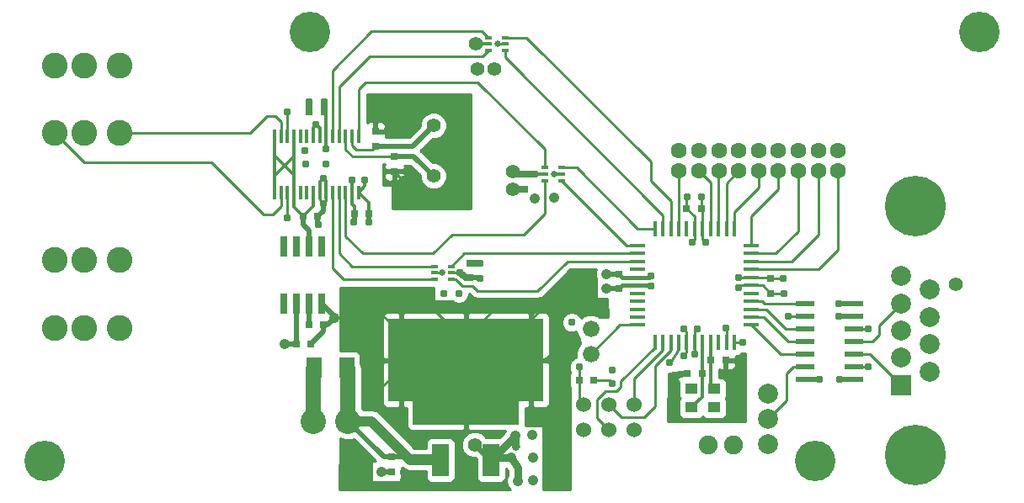
<source format=gtl>
G04 (created by PCBNEW (2013-04-19 BZR 4011)-stable) date 23/05/2013 19:48:57*
%MOIN*%
G04 Gerber Fmt 3.4, Leading zero omitted, Abs format*
%FSLAX34Y34*%
G01*
G70*
G90*
G04 APERTURE LIST*
%ADD10C,0.006*%
%ADD11R,0.0165X0.0579*%
%ADD12R,0.06X0.016*%
%ADD13R,0.016X0.06*%
%ADD14C,0.1*%
%ADD15R,0.0311024X0.0118*%
%ADD16R,0.026X0.08*%
%ADD17R,0.078X0.021*%
%ADD18R,0.06X0.08*%
%ADD19R,0.031X0.03*%
%ADD20R,0.03X0.031*%
%ADD21C,0.079*%
%ADD22C,0.075*%
%ADD23C,0.066*%
%ADD24C,0.056*%
%ADD25C,0.24*%
%ADD26R,0.079X0.079*%
%ADD27R,0.1X0.33*%
%ADD28R,0.065X0.13*%
%ADD29R,0.42X0.42*%
%ADD30C,0.102362*%
%ADD31R,0.0511811X0.0413386*%
%ADD32C,0.06*%
%ADD33C,0.16*%
%ADD34C,0.063*%
%ADD35C,0.041*%
%ADD36C,0.031*%
%ADD37C,0.025*%
%ADD38C,0.012*%
%ADD39C,0.025*%
%ADD40C,0.02*%
%ADD41C,0.01*%
%ADD42C,0.015*%
%ADD43C,0.03*%
%ADD44C,0.06*%
%ADD45C,0.04*%
G04 APERTURE END LIST*
G54D10*
G54D11*
X79648Y-69778D03*
X79392Y-69778D03*
X79136Y-69778D03*
X78880Y-69778D03*
X80412Y-71980D03*
X80416Y-69778D03*
X80160Y-69778D03*
X79904Y-69778D03*
X78624Y-71982D03*
X78880Y-71982D03*
X79136Y-71982D03*
X79392Y-71982D03*
X79648Y-71982D03*
X79904Y-71982D03*
X78624Y-69778D03*
X80160Y-71980D03*
X80672Y-69778D03*
X78368Y-69778D03*
X78368Y-71982D03*
X80672Y-71982D03*
X80927Y-69778D03*
X78113Y-69778D03*
X78113Y-71982D03*
X80927Y-71982D03*
X81183Y-69778D03*
X77857Y-69778D03*
X77857Y-71982D03*
X81183Y-71982D03*
G54D12*
X92240Y-75670D03*
X92240Y-75985D03*
X92240Y-76300D03*
X92240Y-76615D03*
X92240Y-76930D03*
X92240Y-77245D03*
X92240Y-75355D03*
X92240Y-75040D03*
X92240Y-74725D03*
X92240Y-74410D03*
X92240Y-74095D03*
X96740Y-75670D03*
X96740Y-75985D03*
X96740Y-76300D03*
X96740Y-76615D03*
X96740Y-76930D03*
X96740Y-77245D03*
X96740Y-75355D03*
X96740Y-75040D03*
X96740Y-74725D03*
X96740Y-74410D03*
X96740Y-74095D03*
G54D13*
X94490Y-77920D03*
X94490Y-73420D03*
X94805Y-77920D03*
X94805Y-73420D03*
X95120Y-73420D03*
X95120Y-77920D03*
X95435Y-77920D03*
X95435Y-73420D03*
X95750Y-73420D03*
X95750Y-77920D03*
X96065Y-77920D03*
X96065Y-73420D03*
X94175Y-73420D03*
X94175Y-77920D03*
X93860Y-77920D03*
X93860Y-73420D03*
X93545Y-73420D03*
X93545Y-77920D03*
X93230Y-77920D03*
X93230Y-73420D03*
X92915Y-73420D03*
X92915Y-77920D03*
G54D14*
X79390Y-81060D03*
X80770Y-81060D03*
G54D15*
X86319Y-66365D03*
X86319Y-66110D03*
X86319Y-65854D03*
X86980Y-65854D03*
X86980Y-66110D03*
X86980Y-66365D03*
X84860Y-74914D03*
X84860Y-75170D03*
X84860Y-75425D03*
X84199Y-75425D03*
X84199Y-75170D03*
X84199Y-74914D03*
X88559Y-71515D03*
X88559Y-71260D03*
X88559Y-71004D03*
X89220Y-71004D03*
X89220Y-71260D03*
X89220Y-71515D03*
G54D16*
X78220Y-76380D03*
X78720Y-76380D03*
X79220Y-76380D03*
X79720Y-76380D03*
X78220Y-74130D03*
X78720Y-74130D03*
X79220Y-74130D03*
X79720Y-74130D03*
G54D17*
X98860Y-76400D03*
X98860Y-76900D03*
X98860Y-77400D03*
X98860Y-77900D03*
X98860Y-78400D03*
X98860Y-78900D03*
X98860Y-79400D03*
X100800Y-79400D03*
X100800Y-78900D03*
X100800Y-78400D03*
X100800Y-77900D03*
X100800Y-77400D03*
X100800Y-76900D03*
X100800Y-76400D03*
G54D18*
X80720Y-78920D03*
X79420Y-78920D03*
G54D19*
X97510Y-75985D03*
X97510Y-75395D03*
G54D20*
X94765Y-72620D03*
X94175Y-72620D03*
X79815Y-68800D03*
X79225Y-68800D03*
X81015Y-72830D03*
X81605Y-72830D03*
X78985Y-72930D03*
X79575Y-72930D03*
X79215Y-77240D03*
X79805Y-77240D03*
X78715Y-77980D03*
X79305Y-77980D03*
G54D19*
X82610Y-70565D03*
X82610Y-71155D03*
X81860Y-70155D03*
X81860Y-69565D03*
X82500Y-82475D03*
X82500Y-83065D03*
X91480Y-75215D03*
X91480Y-75805D03*
X87760Y-71265D03*
X87760Y-71855D03*
X85610Y-75375D03*
X85610Y-74785D03*
G54D20*
X89915Y-79440D03*
X90505Y-79440D03*
X94785Y-79160D03*
X94195Y-79160D03*
X95135Y-78640D03*
X95725Y-78640D03*
G54D21*
X97390Y-79970D03*
X97390Y-80970D03*
X97390Y-81970D03*
G54D22*
X96020Y-82010D03*
X95020Y-82010D03*
G54D23*
X90380Y-77400D03*
X90380Y-78400D03*
G54D24*
X84150Y-69340D03*
X84150Y-71340D03*
G54D25*
X103220Y-82380D03*
X103220Y-72540D03*
G54D26*
X102660Y-79620D03*
G54D21*
X102660Y-78540D03*
X102660Y-77460D03*
X102660Y-76380D03*
X102660Y-75300D03*
X103780Y-75840D03*
X103780Y-76920D03*
X103780Y-78000D03*
X103780Y-79080D03*
G54D27*
X88010Y-78640D03*
X82870Y-78640D03*
G54D28*
X84440Y-82590D03*
G54D29*
X85440Y-79090D03*
G54D28*
X86440Y-82590D03*
G54D30*
X69172Y-74671D03*
X69172Y-77348D03*
X70314Y-77348D03*
X71732Y-77348D03*
X70314Y-74671D03*
X71732Y-74671D03*
X69172Y-66951D03*
X69172Y-69628D03*
X70314Y-69628D03*
X71732Y-69628D03*
X70314Y-66951D03*
X71732Y-66951D03*
G54D31*
X95272Y-80504D03*
X95272Y-79775D03*
X94367Y-80504D03*
X94367Y-79775D03*
G54D32*
X92110Y-80410D03*
X92110Y-81410D03*
X91110Y-80410D03*
X91110Y-81410D03*
X90110Y-80410D03*
X90110Y-81410D03*
G54D33*
X99260Y-82620D03*
G54D34*
X100170Y-71140D03*
X99380Y-71140D03*
X98590Y-71140D03*
X97810Y-71140D03*
X97020Y-71140D03*
X96240Y-71140D03*
X95450Y-71140D03*
X94660Y-71140D03*
X93870Y-71140D03*
X100170Y-70340D03*
X99380Y-70340D03*
X98590Y-70340D03*
X97810Y-70340D03*
X97020Y-70340D03*
X96240Y-70340D03*
X95450Y-70340D03*
X94660Y-70340D03*
X93870Y-70340D03*
G54D33*
X68760Y-82620D03*
X79260Y-65620D03*
X105760Y-65620D03*
G54D24*
X85880Y-67090D03*
X85830Y-66110D03*
G54D35*
X88150Y-72230D03*
G54D36*
X88160Y-71260D03*
G54D24*
X87310Y-71160D03*
G54D36*
X89630Y-77140D03*
X79820Y-68410D03*
X79060Y-70340D03*
X79900Y-70270D03*
X80930Y-71480D03*
X81010Y-73160D03*
X85990Y-75380D03*
X85160Y-75980D03*
X85210Y-75170D03*
G54D35*
X78260Y-77980D03*
G54D24*
X85780Y-81980D03*
G54D36*
X92750Y-75300D03*
G54D35*
X91010Y-75220D03*
G54D36*
X94920Y-73970D03*
X96220Y-75770D03*
X94070Y-77380D03*
X91230Y-79020D03*
X94070Y-78450D03*
X94760Y-72150D03*
X98020Y-75980D03*
X100200Y-76400D03*
G54D35*
X87230Y-82510D03*
X87400Y-81620D03*
X87490Y-83420D03*
G54D36*
X78370Y-68790D03*
X78370Y-72980D03*
X101360Y-77400D03*
X96410Y-77920D03*
X98200Y-76910D03*
X101370Y-78900D03*
G54D24*
X81750Y-80060D03*
X81150Y-77570D03*
X81800Y-76510D03*
X83930Y-76380D03*
X89150Y-78020D03*
X88280Y-80910D03*
X88520Y-76520D03*
X86660Y-76520D03*
X86550Y-67100D03*
G54D37*
X86700Y-66110D03*
G54D35*
X82970Y-71530D03*
X82370Y-69560D03*
X88940Y-72180D03*
G54D37*
X88940Y-71260D03*
G54D24*
X87310Y-71860D03*
G54D36*
X79220Y-68400D03*
X79090Y-70870D03*
X79900Y-70870D03*
X79780Y-71420D03*
X81440Y-71480D03*
X81610Y-73170D03*
X79780Y-72430D03*
X79580Y-73260D03*
X84560Y-75980D03*
G54D37*
X84480Y-75170D03*
G54D36*
X85990Y-74780D03*
G54D35*
X80240Y-76950D03*
X88080Y-82510D03*
X88080Y-83410D03*
X88070Y-81610D03*
X82080Y-83060D03*
G54D36*
X92750Y-75710D03*
G54D35*
X91000Y-75800D03*
G54D36*
X94390Y-73970D03*
X96230Y-75350D03*
X94610Y-77380D03*
X91230Y-79550D03*
X94480Y-78400D03*
X94180Y-72150D03*
X98000Y-75400D03*
G54D24*
X104820Y-75640D03*
G54D36*
X100210Y-76900D03*
X100220Y-79400D03*
X99430Y-79400D03*
G54D35*
X95910Y-79250D03*
X93640Y-79400D03*
G54D36*
X79510Y-69300D03*
X89920Y-78910D03*
X93490Y-78740D03*
X95740Y-77360D03*
G54D38*
X85830Y-66110D02*
X86319Y-66110D01*
G54D39*
X87760Y-71265D02*
X87415Y-71265D01*
X87415Y-71265D02*
X87310Y-71160D01*
X88160Y-71260D02*
X87765Y-71260D01*
G54D38*
X88559Y-71260D02*
X88160Y-71260D01*
G54D39*
X87765Y-71260D02*
X87760Y-71265D01*
X79815Y-68800D02*
X79815Y-68415D01*
X79815Y-68415D02*
X79820Y-68410D01*
G54D38*
X79904Y-69778D02*
X79904Y-68889D01*
X79904Y-68889D02*
X79815Y-68800D01*
X79904Y-70266D02*
X79900Y-70270D01*
X79904Y-70266D02*
X79904Y-69778D01*
X80927Y-71483D02*
X80930Y-71480D01*
X80927Y-71483D02*
X80927Y-71982D01*
G54D40*
X81015Y-72830D02*
X81015Y-73155D01*
X81015Y-73155D02*
X81010Y-73160D01*
G54D38*
X80927Y-71982D02*
X80927Y-72457D01*
X81015Y-72545D02*
X81015Y-72830D01*
X80927Y-72457D02*
X81015Y-72545D01*
G54D40*
X85610Y-75375D02*
X85985Y-75375D01*
X85985Y-75375D02*
X85990Y-75380D01*
G54D39*
X85610Y-75375D02*
X85415Y-75375D01*
G54D41*
X85210Y-75170D02*
X84860Y-75170D01*
G54D39*
X85415Y-75375D02*
X85210Y-75170D01*
G54D40*
X78715Y-77980D02*
X78260Y-77980D01*
X86440Y-82590D02*
X86390Y-82590D01*
X86390Y-82590D02*
X85780Y-81980D01*
G54D42*
X92695Y-75355D02*
X92750Y-75300D01*
X92695Y-75355D02*
X92240Y-75355D01*
X92240Y-75355D02*
X91620Y-75355D01*
X91620Y-75355D02*
X91480Y-75215D01*
G54D40*
X91480Y-75215D02*
X91015Y-75215D01*
X91015Y-75215D02*
X91010Y-75220D01*
G54D41*
X94805Y-73855D02*
X94920Y-73970D01*
X94805Y-73855D02*
X94805Y-73420D01*
X96320Y-75670D02*
X96220Y-75770D01*
X96320Y-75670D02*
X96740Y-75670D01*
X94175Y-77485D02*
X94070Y-77380D01*
X94175Y-77485D02*
X94175Y-77920D01*
X94175Y-78335D02*
X94070Y-78440D01*
X94070Y-78440D02*
X94070Y-78450D01*
X94175Y-78335D02*
X94175Y-77920D01*
X94765Y-72620D02*
X94765Y-72155D01*
X94765Y-72155D02*
X94760Y-72150D01*
X97510Y-75985D02*
X98015Y-75985D01*
X98015Y-75985D02*
X98020Y-75980D01*
X96740Y-75670D02*
X97195Y-75670D01*
X97195Y-75670D02*
X97510Y-75985D01*
X94765Y-72620D02*
X94805Y-72660D01*
X94805Y-72660D02*
X94805Y-73420D01*
G54D40*
X100200Y-76400D02*
X100800Y-76400D01*
G54D43*
X87230Y-82510D02*
X86520Y-82510D01*
X87485Y-82895D02*
X87230Y-82510D01*
G54D40*
X87485Y-82940D02*
X87485Y-82895D01*
X86520Y-82510D02*
X86440Y-82590D01*
G54D43*
X87400Y-81620D02*
X87030Y-82000D01*
X87030Y-82000D02*
X86440Y-82590D01*
G54D40*
X87485Y-82070D02*
X87400Y-82070D01*
G54D43*
X87400Y-82070D02*
X87400Y-81620D01*
X87485Y-83415D02*
X87485Y-82940D01*
X87485Y-83415D02*
X87490Y-83420D01*
G54D40*
X78720Y-76380D02*
X78720Y-77975D01*
X78720Y-77975D02*
X78715Y-77980D01*
G54D41*
X78113Y-69778D02*
X78113Y-69183D01*
X76891Y-69628D02*
X71732Y-69628D01*
X77550Y-68970D02*
X76891Y-69628D01*
X77900Y-68970D02*
X77550Y-68970D01*
X78113Y-69183D02*
X77900Y-68970D01*
X78113Y-71982D02*
X78113Y-72537D01*
X70334Y-70790D02*
X69172Y-69628D01*
X75350Y-70790D02*
X70334Y-70790D01*
X77420Y-72860D02*
X75350Y-70790D01*
X77790Y-72860D02*
X77420Y-72860D01*
X78113Y-72537D02*
X77790Y-72860D01*
X78368Y-69778D02*
X78368Y-68792D01*
X78368Y-68792D02*
X78370Y-68790D01*
X78368Y-72978D02*
X78370Y-72980D01*
X78368Y-71982D02*
X78368Y-72978D01*
X86319Y-66365D02*
X86085Y-66600D01*
X80416Y-67804D02*
X80416Y-69778D01*
X81620Y-66600D02*
X80416Y-67804D01*
X86085Y-66600D02*
X81620Y-66600D01*
X93230Y-73420D02*
X93230Y-72880D01*
X86980Y-66630D02*
X86980Y-66365D01*
X93230Y-72880D02*
X86980Y-66630D01*
X93860Y-73420D02*
X93860Y-71150D01*
X93860Y-71150D02*
X93870Y-71140D01*
X88559Y-71515D02*
X88559Y-72840D01*
X80672Y-73712D02*
X80672Y-71982D01*
X81370Y-74410D02*
X80672Y-73712D01*
X84140Y-74410D02*
X81370Y-74410D01*
X84890Y-73660D02*
X84140Y-74410D01*
X87740Y-73660D02*
X84890Y-73660D01*
X88559Y-72840D02*
X87740Y-73660D01*
X89220Y-71515D02*
X91799Y-74095D01*
X91799Y-74095D02*
X92240Y-74095D01*
X80412Y-71980D02*
X80412Y-74382D01*
X80944Y-74914D02*
X84199Y-74914D01*
X80412Y-74382D02*
X80944Y-74914D01*
X92240Y-74410D02*
X85364Y-74410D01*
X85364Y-74410D02*
X84860Y-74914D01*
X98860Y-77900D02*
X98190Y-77900D01*
X97220Y-76930D02*
X96740Y-76930D01*
X98190Y-77900D02*
X97220Y-76930D01*
X98860Y-76400D02*
X97270Y-76400D01*
X97170Y-76300D02*
X96740Y-76300D01*
X97270Y-76400D02*
X97170Y-76300D01*
X93230Y-77920D02*
X93230Y-78230D01*
X92110Y-79350D02*
X92110Y-80410D01*
X93230Y-78230D02*
X92110Y-79350D01*
X92915Y-77920D02*
X92915Y-78115D01*
X90620Y-80920D02*
X91110Y-81410D01*
X90620Y-80210D02*
X90620Y-80920D01*
X90960Y-79870D02*
X90620Y-80210D01*
X91400Y-79870D02*
X90960Y-79870D01*
X91570Y-79700D02*
X91400Y-79870D01*
X91570Y-79460D02*
X91570Y-79700D01*
X92915Y-78115D02*
X91570Y-79460D01*
X84199Y-75425D02*
X80605Y-75425D01*
X80160Y-74980D02*
X80160Y-71980D01*
X80605Y-75425D02*
X80160Y-74980D01*
X84860Y-75425D02*
X85025Y-75425D01*
X89445Y-74725D02*
X92240Y-74725D01*
X88270Y-75900D02*
X89445Y-74725D01*
X85900Y-75900D02*
X88270Y-75900D01*
X85700Y-75700D02*
X85900Y-75900D01*
X85300Y-75700D02*
X85700Y-75700D01*
X85025Y-75425D02*
X85300Y-75700D01*
X86319Y-65854D02*
X86065Y-65600D01*
X80160Y-67150D02*
X80160Y-69778D01*
X81710Y-65600D02*
X80160Y-67150D01*
X86065Y-65600D02*
X81710Y-65600D01*
X93545Y-73420D02*
X93545Y-72335D01*
X87834Y-65854D02*
X86980Y-65854D01*
X92750Y-70770D02*
X87834Y-65854D01*
X92750Y-71540D02*
X92750Y-70770D01*
X93545Y-72335D02*
X92750Y-71540D01*
X101360Y-77400D02*
X100800Y-77400D01*
X102660Y-76380D02*
X101780Y-77260D01*
X101520Y-77900D02*
X100800Y-77900D01*
X101780Y-77640D02*
X101520Y-77900D01*
X101780Y-77260D02*
X101780Y-77640D01*
X98860Y-77400D02*
X98110Y-77400D01*
X97325Y-76615D02*
X96740Y-76615D01*
X98110Y-77400D02*
X97325Y-76615D01*
X98860Y-76900D02*
X98850Y-76910D01*
X96410Y-77920D02*
X96065Y-77920D01*
X98850Y-76910D02*
X98200Y-76910D01*
X93545Y-77920D02*
X93545Y-78245D01*
X91600Y-80900D02*
X91110Y-80410D01*
X92500Y-80900D02*
X91600Y-80900D01*
X92930Y-80470D02*
X92500Y-80900D01*
X92930Y-78860D02*
X92930Y-80470D01*
X93545Y-78245D02*
X92930Y-78860D01*
X88559Y-71004D02*
X88559Y-70269D01*
X81183Y-67907D02*
X81183Y-69778D01*
X81470Y-67620D02*
X81183Y-67907D01*
X85910Y-67620D02*
X81470Y-67620D01*
X88559Y-70269D02*
X85910Y-67620D01*
X92915Y-73420D02*
X92240Y-73420D01*
X89824Y-71004D02*
X89220Y-71004D01*
X92240Y-73420D02*
X89824Y-71004D01*
X100800Y-78900D02*
X101370Y-78900D01*
X102660Y-79620D02*
X101440Y-78400D01*
X101440Y-78400D02*
X100800Y-78400D01*
X98860Y-78400D02*
X97895Y-78400D01*
X97895Y-78400D02*
X96740Y-77245D01*
X82870Y-78640D02*
X82870Y-78940D01*
X82870Y-78940D02*
X81750Y-80060D01*
X82870Y-78640D02*
X82220Y-78640D01*
X82220Y-78640D02*
X81150Y-77570D01*
X82870Y-78640D02*
X82870Y-77580D01*
X82870Y-77580D02*
X81800Y-76510D01*
X85440Y-79090D02*
X85440Y-77890D01*
X85440Y-77890D02*
X83930Y-76380D01*
X88010Y-78640D02*
X88530Y-78640D01*
X88530Y-78640D02*
X89150Y-78020D01*
X88010Y-78640D02*
X88010Y-80640D01*
X88010Y-80640D02*
X88280Y-80910D01*
X88010Y-78640D02*
X88010Y-77030D01*
X88010Y-77030D02*
X88520Y-76520D01*
X85440Y-79090D02*
X85440Y-77740D01*
X85440Y-77740D02*
X86660Y-76520D01*
X86700Y-66110D02*
X86980Y-66110D01*
X82610Y-71155D02*
X82610Y-71170D01*
X82610Y-71170D02*
X82970Y-71530D01*
X81860Y-69565D02*
X82365Y-69565D01*
X82365Y-69565D02*
X82370Y-69560D01*
G54D38*
X88950Y-71260D02*
X88940Y-71260D01*
X88950Y-71260D02*
X89220Y-71260D01*
G54D39*
X87760Y-71855D02*
X87315Y-71855D01*
X87315Y-71855D02*
X87310Y-71860D01*
X79225Y-68800D02*
X79225Y-68405D01*
X79225Y-68405D02*
X79220Y-68400D01*
G54D38*
X79648Y-71982D02*
X79648Y-71552D01*
X79904Y-71544D02*
X79780Y-71420D01*
X79904Y-71544D02*
X79904Y-71982D01*
X79648Y-71552D02*
X79780Y-71420D01*
X81440Y-71725D02*
X81440Y-71480D01*
X81440Y-71725D02*
X81183Y-71982D01*
G54D40*
X81605Y-72830D02*
X81605Y-73165D01*
X81605Y-73165D02*
X81610Y-73170D01*
G54D38*
X81183Y-71982D02*
X81605Y-72404D01*
X81605Y-72404D02*
X81605Y-72830D01*
G54D40*
X79780Y-72430D02*
X79780Y-72725D01*
G54D41*
X79904Y-72306D02*
X79904Y-71982D01*
X79904Y-72306D02*
X79780Y-72430D01*
G54D40*
X79780Y-72725D02*
X79575Y-72930D01*
G54D41*
X79648Y-71982D02*
X79648Y-72298D01*
X79648Y-72298D02*
X79780Y-72430D01*
G54D40*
X79575Y-72930D02*
X79575Y-73255D01*
G54D41*
X79575Y-73255D02*
X79580Y-73260D01*
X84480Y-75170D02*
X84199Y-75170D01*
G54D39*
X85610Y-74785D02*
X85985Y-74785D01*
G54D41*
X85985Y-74785D02*
X85990Y-74780D01*
G54D40*
X80240Y-76950D02*
X79950Y-77240D01*
X80240Y-76900D02*
X80240Y-76950D01*
X79720Y-76380D02*
X80240Y-76900D01*
X79950Y-77240D02*
X79805Y-77240D01*
X79305Y-77980D02*
X79805Y-77480D01*
X79805Y-77480D02*
X79805Y-77240D01*
X82500Y-83065D02*
X82085Y-83065D01*
X82085Y-83065D02*
X82080Y-83060D01*
G54D44*
X79420Y-78920D02*
X79390Y-78950D01*
X79390Y-78950D02*
X79390Y-81060D01*
G54D42*
X92710Y-75670D02*
X92750Y-75710D01*
X92710Y-75670D02*
X92240Y-75670D01*
X92240Y-75670D02*
X91615Y-75670D01*
X91615Y-75670D02*
X91480Y-75805D01*
G54D40*
X91480Y-75805D02*
X91005Y-75805D01*
X91005Y-75805D02*
X91000Y-75800D01*
G54D41*
X94490Y-73870D02*
X94390Y-73970D01*
X94490Y-73870D02*
X94490Y-73420D01*
X96235Y-75355D02*
X96230Y-75350D01*
X96235Y-75355D02*
X96740Y-75355D01*
X94490Y-77500D02*
X94610Y-77380D01*
X94490Y-77500D02*
X94490Y-77920D01*
X90505Y-79440D02*
X91120Y-79440D01*
X91120Y-79440D02*
X91230Y-79550D01*
X94490Y-78400D02*
X94480Y-78400D01*
X94490Y-78400D02*
X94490Y-77920D01*
X94175Y-72620D02*
X94175Y-72155D01*
X94175Y-72155D02*
X94180Y-72150D01*
X97510Y-75395D02*
X97995Y-75395D01*
X97995Y-75395D02*
X98000Y-75400D01*
X96740Y-75355D02*
X97470Y-75355D01*
X97470Y-75355D02*
X97510Y-75395D01*
X94175Y-72620D02*
X94490Y-72935D01*
X94490Y-72935D02*
X94490Y-73420D01*
G54D40*
X100210Y-76900D02*
X100800Y-76900D01*
X100800Y-79400D02*
X100220Y-79400D01*
X98860Y-79400D02*
X99430Y-79400D01*
G54D41*
X95725Y-78640D02*
X95725Y-79065D01*
X95725Y-79065D02*
X95910Y-79250D01*
X94195Y-79160D02*
X93640Y-79400D01*
G54D38*
X78624Y-69778D02*
X78624Y-70546D01*
X77857Y-71313D02*
X77857Y-71982D01*
X78624Y-70546D02*
X77857Y-71313D01*
X77857Y-69778D02*
X77857Y-70537D01*
X78624Y-71304D02*
X78624Y-71982D01*
X77857Y-70537D02*
X78624Y-71304D01*
X77857Y-69778D02*
X77857Y-71982D01*
X78624Y-69778D02*
X78624Y-71982D01*
X78624Y-71982D02*
X78624Y-72569D01*
X78624Y-72569D02*
X78985Y-72930D01*
X79392Y-71982D02*
X79392Y-72523D01*
X79392Y-72523D02*
X78985Y-72930D01*
G54D40*
X79220Y-74130D02*
X79220Y-73500D01*
X78985Y-73265D02*
X78985Y-72930D01*
X79220Y-73500D02*
X78985Y-73265D01*
X79220Y-76380D02*
X79220Y-77235D01*
X79220Y-77235D02*
X79215Y-77240D01*
G54D41*
X100170Y-71140D02*
X100170Y-74270D01*
X99400Y-75040D02*
X96740Y-75040D01*
X100170Y-74270D02*
X99400Y-75040D01*
X99380Y-71140D02*
X99380Y-73670D01*
X98325Y-74725D02*
X96740Y-74725D01*
X99380Y-73670D02*
X98325Y-74725D01*
X98590Y-71140D02*
X98590Y-73520D01*
X97700Y-74410D02*
X96740Y-74410D01*
X98590Y-73520D02*
X97700Y-74410D01*
X97810Y-71140D02*
X97810Y-71860D01*
X96740Y-72930D02*
X96740Y-74095D01*
X97810Y-71860D02*
X96740Y-72930D01*
X96065Y-73420D02*
X96065Y-72755D01*
X97020Y-71800D02*
X97020Y-71140D01*
X96065Y-72755D02*
X97020Y-71800D01*
X95750Y-73420D02*
X95750Y-71630D01*
X95750Y-71630D02*
X96240Y-71140D01*
X95435Y-73420D02*
X95435Y-71155D01*
X95435Y-71155D02*
X95450Y-71140D01*
X95120Y-73420D02*
X95120Y-71600D01*
X95120Y-71600D02*
X94660Y-71140D01*
X91535Y-77245D02*
X90380Y-78400D01*
X92240Y-77245D02*
X91535Y-77245D01*
G54D40*
X82610Y-70565D02*
X83375Y-70565D01*
X83375Y-70565D02*
X84150Y-71340D01*
G54D41*
X80672Y-69778D02*
X80672Y-70282D01*
X80955Y-70565D02*
X82610Y-70565D01*
X80672Y-70282D02*
X80955Y-70565D01*
G54D40*
X84150Y-69340D02*
X83335Y-70155D01*
X83335Y-70155D02*
X81860Y-70155D01*
G54D41*
X80927Y-69778D02*
X80927Y-70137D01*
X81725Y-70290D02*
X81860Y-70155D01*
X81080Y-70290D02*
X81725Y-70290D01*
X80927Y-70137D02*
X81080Y-70290D01*
G54D38*
X79510Y-69300D02*
X79392Y-69418D01*
X79648Y-69438D02*
X79510Y-69300D01*
X79648Y-69778D02*
X79648Y-69438D01*
X79392Y-69418D02*
X79392Y-69778D01*
G54D41*
X98860Y-78900D02*
X98410Y-78900D01*
X98140Y-80220D02*
X97390Y-80970D01*
X98140Y-79170D02*
X98140Y-80220D01*
X98410Y-78900D02*
X98140Y-79170D01*
G54D45*
X80770Y-81060D02*
X81710Y-81060D01*
X83240Y-82590D02*
X84440Y-82590D01*
X81710Y-81060D02*
X83240Y-82590D01*
G54D40*
X82500Y-82475D02*
X84325Y-82475D01*
X84325Y-82475D02*
X84440Y-82590D01*
X80770Y-81060D02*
X82185Y-82475D01*
X82185Y-82475D02*
X82500Y-82475D01*
G54D44*
X80720Y-78920D02*
X80770Y-78970D01*
X80770Y-78970D02*
X80770Y-81060D01*
G54D38*
X94785Y-79160D02*
X94785Y-80086D01*
X94785Y-80086D02*
X94367Y-80504D01*
X94805Y-77920D02*
X94805Y-79140D01*
X94805Y-79140D02*
X94785Y-79160D01*
G54D41*
X89915Y-79440D02*
X89915Y-80215D01*
X89915Y-80215D02*
X90110Y-80410D01*
X89920Y-78910D02*
X89920Y-79435D01*
X93860Y-77920D02*
X93860Y-78210D01*
X93520Y-78740D02*
X93490Y-78740D01*
X93860Y-78210D02*
X93520Y-78740D01*
X89920Y-79435D02*
X89915Y-79440D01*
G54D38*
X95135Y-78640D02*
X95135Y-79638D01*
X95135Y-79638D02*
X95272Y-79775D01*
X95120Y-77920D02*
X95120Y-78625D01*
X95120Y-78625D02*
X95135Y-78640D01*
G54D41*
X95750Y-77370D02*
X95750Y-77920D01*
X95740Y-77360D02*
X95750Y-77370D01*
G54D10*
G36*
X96490Y-81070D02*
X96125Y-81070D01*
X96125Y-78745D01*
X96125Y-78752D01*
X96062Y-78690D01*
X95775Y-78690D01*
X95775Y-78982D01*
X95837Y-79045D01*
X95924Y-79045D01*
X96016Y-79007D01*
X96086Y-78936D01*
X96124Y-78844D01*
X96125Y-78745D01*
X96125Y-81070D01*
X93440Y-81070D01*
X93449Y-79164D01*
X93942Y-79110D01*
X94145Y-79110D01*
X94145Y-79102D01*
X94245Y-79102D01*
X94245Y-79110D01*
X94252Y-79110D01*
X94252Y-79210D01*
X94245Y-79210D01*
X94245Y-79217D01*
X94145Y-79217D01*
X94145Y-79210D01*
X93857Y-79210D01*
X93795Y-79272D01*
X93794Y-79265D01*
X93795Y-79364D01*
X93833Y-79456D01*
X93871Y-79494D01*
X93861Y-79519D01*
X93861Y-79618D01*
X93861Y-80032D01*
X93899Y-80123D01*
X93915Y-80139D01*
X93899Y-80155D01*
X93861Y-80247D01*
X93861Y-80346D01*
X93861Y-80760D01*
X93899Y-80852D01*
X93969Y-80922D01*
X94061Y-80960D01*
X94160Y-80960D01*
X94672Y-80960D01*
X94764Y-80922D01*
X94820Y-80867D01*
X94875Y-80922D01*
X94966Y-80960D01*
X95066Y-80960D01*
X95578Y-80960D01*
X95670Y-80922D01*
X95740Y-80852D01*
X95778Y-80760D01*
X95778Y-80661D01*
X95778Y-80247D01*
X95740Y-80156D01*
X95724Y-80140D01*
X95740Y-80124D01*
X95778Y-80032D01*
X95778Y-79933D01*
X95778Y-79519D01*
X95740Y-79427D01*
X95670Y-79357D01*
X95578Y-79319D01*
X95479Y-79319D01*
X95445Y-79319D01*
X95445Y-79011D01*
X95525Y-79045D01*
X95612Y-79045D01*
X95675Y-78982D01*
X95675Y-78690D01*
X95667Y-78690D01*
X95667Y-78590D01*
X95675Y-78590D01*
X95675Y-78582D01*
X95775Y-78582D01*
X95775Y-78590D01*
X96062Y-78590D01*
X96125Y-78527D01*
X96125Y-78534D01*
X96124Y-78470D01*
X96194Y-78470D01*
X96286Y-78432D01*
X96347Y-78371D01*
X96490Y-78370D01*
X96490Y-81070D01*
X96490Y-81070D01*
G37*
G54D41*
X96490Y-81070D02*
X96125Y-81070D01*
X96125Y-78745D01*
X96125Y-78752D01*
X96062Y-78690D01*
X95775Y-78690D01*
X95775Y-78982D01*
X95837Y-79045D01*
X95924Y-79045D01*
X96016Y-79007D01*
X96086Y-78936D01*
X96124Y-78844D01*
X96125Y-78745D01*
X96125Y-81070D01*
X93440Y-81070D01*
X93449Y-79164D01*
X93942Y-79110D01*
X94145Y-79110D01*
X94145Y-79102D01*
X94245Y-79102D01*
X94245Y-79110D01*
X94252Y-79110D01*
X94252Y-79210D01*
X94245Y-79210D01*
X94245Y-79217D01*
X94145Y-79217D01*
X94145Y-79210D01*
X93857Y-79210D01*
X93795Y-79272D01*
X93794Y-79265D01*
X93795Y-79364D01*
X93833Y-79456D01*
X93871Y-79494D01*
X93861Y-79519D01*
X93861Y-79618D01*
X93861Y-80032D01*
X93899Y-80123D01*
X93915Y-80139D01*
X93899Y-80155D01*
X93861Y-80247D01*
X93861Y-80346D01*
X93861Y-80760D01*
X93899Y-80852D01*
X93969Y-80922D01*
X94061Y-80960D01*
X94160Y-80960D01*
X94672Y-80960D01*
X94764Y-80922D01*
X94820Y-80867D01*
X94875Y-80922D01*
X94966Y-80960D01*
X95066Y-80960D01*
X95578Y-80960D01*
X95670Y-80922D01*
X95740Y-80852D01*
X95778Y-80760D01*
X95778Y-80661D01*
X95778Y-80247D01*
X95740Y-80156D01*
X95724Y-80140D01*
X95740Y-80124D01*
X95778Y-80032D01*
X95778Y-79933D01*
X95778Y-79519D01*
X95740Y-79427D01*
X95670Y-79357D01*
X95578Y-79319D01*
X95479Y-79319D01*
X95445Y-79319D01*
X95445Y-79011D01*
X95525Y-79045D01*
X95612Y-79045D01*
X95675Y-78982D01*
X95675Y-78690D01*
X95667Y-78690D01*
X95667Y-78590D01*
X95675Y-78590D01*
X95675Y-78582D01*
X95775Y-78582D01*
X95775Y-78590D01*
X96062Y-78590D01*
X96125Y-78527D01*
X96125Y-78534D01*
X96124Y-78470D01*
X96194Y-78470D01*
X96286Y-78432D01*
X96347Y-78371D01*
X96490Y-78370D01*
X96490Y-81070D01*
G54D10*
G36*
X85630Y-72630D02*
X83015Y-72638D01*
X83015Y-71354D01*
X83015Y-71267D01*
X82952Y-71205D01*
X82660Y-71205D01*
X82660Y-71492D01*
X82722Y-71555D01*
X82715Y-71555D01*
X82814Y-71554D01*
X82906Y-71516D01*
X82977Y-71446D01*
X83015Y-71354D01*
X83015Y-72638D01*
X82560Y-72639D01*
X82560Y-71492D01*
X82560Y-71205D01*
X82267Y-71205D01*
X82205Y-71267D01*
X82204Y-71354D01*
X82242Y-71446D01*
X82313Y-71516D01*
X82405Y-71554D01*
X82504Y-71555D01*
X82497Y-71555D01*
X82560Y-71492D01*
X82560Y-72639D01*
X82521Y-72639D01*
X82541Y-71700D01*
X82170Y-71700D01*
X82170Y-70865D01*
X82242Y-70865D01*
X82204Y-70955D01*
X82205Y-71042D01*
X82267Y-71105D01*
X82560Y-71105D01*
X82560Y-71097D01*
X82660Y-71097D01*
X82660Y-71105D01*
X82952Y-71105D01*
X83015Y-71042D01*
X83015Y-70955D01*
X82998Y-70915D01*
X83230Y-70915D01*
X83620Y-71305D01*
X83619Y-71444D01*
X83700Y-71639D01*
X83849Y-71789D01*
X84044Y-71869D01*
X84254Y-71870D01*
X84449Y-71789D01*
X84599Y-71640D01*
X84679Y-71445D01*
X84680Y-71235D01*
X84599Y-71040D01*
X84450Y-70890D01*
X84255Y-70810D01*
X84114Y-70809D01*
X83644Y-70340D01*
X84115Y-69869D01*
X84254Y-69870D01*
X84449Y-69789D01*
X84599Y-69640D01*
X84679Y-69445D01*
X84680Y-69235D01*
X84599Y-69040D01*
X84450Y-68890D01*
X84255Y-68810D01*
X84045Y-68809D01*
X83850Y-68890D01*
X83700Y-69039D01*
X83620Y-69234D01*
X83619Y-69375D01*
X83190Y-69805D01*
X82248Y-69805D01*
X82265Y-69764D01*
X82265Y-69365D01*
X82227Y-69273D01*
X82156Y-69203D01*
X82064Y-69165D01*
X81965Y-69164D01*
X81972Y-69165D01*
X81910Y-69227D01*
X81910Y-69515D01*
X82202Y-69515D01*
X82265Y-69452D01*
X82265Y-69365D01*
X82265Y-69764D01*
X82265Y-69677D01*
X82202Y-69615D01*
X81910Y-69615D01*
X81910Y-69622D01*
X81810Y-69622D01*
X81810Y-69615D01*
X81802Y-69615D01*
X81802Y-69515D01*
X81810Y-69515D01*
X81810Y-69227D01*
X81747Y-69165D01*
X81754Y-69164D01*
X81655Y-69165D01*
X81563Y-69203D01*
X81540Y-69226D01*
X81540Y-68100D01*
X85630Y-68100D01*
X85630Y-72630D01*
X85630Y-72630D01*
G37*
G54D41*
X85630Y-72630D02*
X83015Y-72638D01*
X83015Y-71354D01*
X83015Y-71267D01*
X82952Y-71205D01*
X82660Y-71205D01*
X82660Y-71492D01*
X82722Y-71555D01*
X82715Y-71555D01*
X82814Y-71554D01*
X82906Y-71516D01*
X82977Y-71446D01*
X83015Y-71354D01*
X83015Y-72638D01*
X82560Y-72639D01*
X82560Y-71492D01*
X82560Y-71205D01*
X82267Y-71205D01*
X82205Y-71267D01*
X82204Y-71354D01*
X82242Y-71446D01*
X82313Y-71516D01*
X82405Y-71554D01*
X82504Y-71555D01*
X82497Y-71555D01*
X82560Y-71492D01*
X82560Y-72639D01*
X82521Y-72639D01*
X82541Y-71700D01*
X82170Y-71700D01*
X82170Y-70865D01*
X82242Y-70865D01*
X82204Y-70955D01*
X82205Y-71042D01*
X82267Y-71105D01*
X82560Y-71105D01*
X82560Y-71097D01*
X82660Y-71097D01*
X82660Y-71105D01*
X82952Y-71105D01*
X83015Y-71042D01*
X83015Y-70955D01*
X82998Y-70915D01*
X83230Y-70915D01*
X83620Y-71305D01*
X83619Y-71444D01*
X83700Y-71639D01*
X83849Y-71789D01*
X84044Y-71869D01*
X84254Y-71870D01*
X84449Y-71789D01*
X84599Y-71640D01*
X84679Y-71445D01*
X84680Y-71235D01*
X84599Y-71040D01*
X84450Y-70890D01*
X84255Y-70810D01*
X84114Y-70809D01*
X83644Y-70340D01*
X84115Y-69869D01*
X84254Y-69870D01*
X84449Y-69789D01*
X84599Y-69640D01*
X84679Y-69445D01*
X84680Y-69235D01*
X84599Y-69040D01*
X84450Y-68890D01*
X84255Y-68810D01*
X84045Y-68809D01*
X83850Y-68890D01*
X83700Y-69039D01*
X83620Y-69234D01*
X83619Y-69375D01*
X83190Y-69805D01*
X82248Y-69805D01*
X82265Y-69764D01*
X82265Y-69365D01*
X82227Y-69273D01*
X82156Y-69203D01*
X82064Y-69165D01*
X81965Y-69164D01*
X81972Y-69165D01*
X81910Y-69227D01*
X81910Y-69515D01*
X82202Y-69515D01*
X82265Y-69452D01*
X82265Y-69365D01*
X82265Y-69764D01*
X82265Y-69677D01*
X82202Y-69615D01*
X81910Y-69615D01*
X81910Y-69622D01*
X81810Y-69622D01*
X81810Y-69615D01*
X81802Y-69615D01*
X81802Y-69515D01*
X81810Y-69515D01*
X81810Y-69227D01*
X81747Y-69165D01*
X81754Y-69164D01*
X81655Y-69165D01*
X81563Y-69203D01*
X81540Y-69226D01*
X81540Y-68100D01*
X85630Y-68100D01*
X85630Y-72630D01*
G54D10*
G36*
X91048Y-76921D02*
X90730Y-76929D01*
X90708Y-76908D01*
X90495Y-76820D01*
X90265Y-76819D01*
X90051Y-76908D01*
X90010Y-76948D01*
X89989Y-76949D01*
X89973Y-76910D01*
X89859Y-76796D01*
X89710Y-76735D01*
X89549Y-76734D01*
X89400Y-76796D01*
X89286Y-76910D01*
X89225Y-77059D01*
X89224Y-77220D01*
X89286Y-77369D01*
X89400Y-77483D01*
X89549Y-77544D01*
X89710Y-77545D01*
X89799Y-77508D01*
X89799Y-77514D01*
X89888Y-77728D01*
X89943Y-77783D01*
X89950Y-78009D01*
X89888Y-78071D01*
X89800Y-78284D01*
X89799Y-78514D01*
X89802Y-78520D01*
X89690Y-78566D01*
X89627Y-78630D01*
X89560Y-78630D01*
X89560Y-78720D01*
X89515Y-78829D01*
X89514Y-78990D01*
X89560Y-79099D01*
X89560Y-79136D01*
X89553Y-79143D01*
X89515Y-79235D01*
X89514Y-79334D01*
X89514Y-79644D01*
X89552Y-79736D01*
X89560Y-79743D01*
X89560Y-80410D01*
X89559Y-80518D01*
X89560Y-80519D01*
X89560Y-81314D01*
X89555Y-81328D01*
X89560Y-81423D01*
X89560Y-83770D01*
X88760Y-83770D01*
X88760Y-80240D01*
X88760Y-77039D01*
X88759Y-76940D01*
X88721Y-76848D01*
X88651Y-76777D01*
X88559Y-76739D01*
X88122Y-76740D01*
X88060Y-76802D01*
X88060Y-78590D01*
X88697Y-78590D01*
X88760Y-78527D01*
X88760Y-77039D01*
X88760Y-80240D01*
X88760Y-78752D01*
X88697Y-78690D01*
X88060Y-78690D01*
X88060Y-80477D01*
X88122Y-80540D01*
X88559Y-80540D01*
X88651Y-80502D01*
X88721Y-80431D01*
X88759Y-80339D01*
X88760Y-80240D01*
X88760Y-83770D01*
X88480Y-83770D01*
X88480Y-81230D01*
X87789Y-81230D01*
X87790Y-81140D01*
X87790Y-80540D01*
X87897Y-80540D01*
X87960Y-80477D01*
X87960Y-78690D01*
X87952Y-78690D01*
X87952Y-78590D01*
X87960Y-78590D01*
X87960Y-76802D01*
X87897Y-76740D01*
X87589Y-76739D01*
X87589Y-76739D01*
X87483Y-76739D01*
X87460Y-76739D01*
X87460Y-76739D01*
X85552Y-76740D01*
X85490Y-76802D01*
X85490Y-79040D01*
X85497Y-79040D01*
X85497Y-79140D01*
X85490Y-79140D01*
X85490Y-81377D01*
X85552Y-81440D01*
X86982Y-81440D01*
X86956Y-81502D01*
X86773Y-81690D01*
X86715Y-81689D01*
X86233Y-81689D01*
X86229Y-81680D01*
X86080Y-81530D01*
X85885Y-81450D01*
X85675Y-81449D01*
X85480Y-81530D01*
X85390Y-81620D01*
X85390Y-81377D01*
X85390Y-79140D01*
X85382Y-79140D01*
X85382Y-79040D01*
X85390Y-79040D01*
X85390Y-76802D01*
X85327Y-76740D01*
X83419Y-76739D01*
X83419Y-76739D01*
X83396Y-76739D01*
X83290Y-76739D01*
X83290Y-76739D01*
X82982Y-76740D01*
X82920Y-76802D01*
X82920Y-78590D01*
X82927Y-78590D01*
X82927Y-78690D01*
X82920Y-78690D01*
X82920Y-80477D01*
X82982Y-80540D01*
X83089Y-80540D01*
X83089Y-81140D01*
X83090Y-81239D01*
X83128Y-81331D01*
X83198Y-81402D01*
X83290Y-81440D01*
X85327Y-81440D01*
X85390Y-81377D01*
X85390Y-81620D01*
X85330Y-81679D01*
X85250Y-81874D01*
X85249Y-82084D01*
X85330Y-82279D01*
X85479Y-82429D01*
X85674Y-82509D01*
X85815Y-82510D01*
X85864Y-82559D01*
X85864Y-83289D01*
X85902Y-83381D01*
X85973Y-83451D01*
X86065Y-83489D01*
X86164Y-83490D01*
X86814Y-83490D01*
X86906Y-83452D01*
X86976Y-83381D01*
X87014Y-83289D01*
X87015Y-83190D01*
X87015Y-82913D01*
X87018Y-82914D01*
X87085Y-83015D01*
X87085Y-83208D01*
X87035Y-83329D01*
X87034Y-83510D01*
X87104Y-83677D01*
X87196Y-83770D01*
X80440Y-83770D01*
X80447Y-81738D01*
X80620Y-81809D01*
X80918Y-81810D01*
X80993Y-81778D01*
X81845Y-82630D01*
X81690Y-82630D01*
X81690Y-83470D01*
X82870Y-83470D01*
X82870Y-83349D01*
X82905Y-83264D01*
X82905Y-83177D01*
X82870Y-83142D01*
X82870Y-82987D01*
X82905Y-82952D01*
X82905Y-82891D01*
X82921Y-82908D01*
X82921Y-82908D01*
X83019Y-82973D01*
X83067Y-83005D01*
X83067Y-83005D01*
X83239Y-83039D01*
X83240Y-83040D01*
X83864Y-83040D01*
X83864Y-83289D01*
X83902Y-83381D01*
X83973Y-83451D01*
X84065Y-83489D01*
X84164Y-83490D01*
X84814Y-83490D01*
X84906Y-83452D01*
X84976Y-83381D01*
X85014Y-83289D01*
X85015Y-83190D01*
X85015Y-81890D01*
X84977Y-81798D01*
X84906Y-81728D01*
X84814Y-81690D01*
X84715Y-81689D01*
X84065Y-81689D01*
X83973Y-81727D01*
X83903Y-81798D01*
X83865Y-81890D01*
X83864Y-81989D01*
X83864Y-82125D01*
X83411Y-82125D01*
X82820Y-81533D01*
X82820Y-80477D01*
X82820Y-78690D01*
X82820Y-78590D01*
X82820Y-76802D01*
X82757Y-76740D01*
X82320Y-76739D01*
X82228Y-76777D01*
X82158Y-76848D01*
X82120Y-76940D01*
X82119Y-77039D01*
X82120Y-78527D01*
X82182Y-78590D01*
X82820Y-78590D01*
X82820Y-78690D01*
X82182Y-78690D01*
X82120Y-78752D01*
X82119Y-80240D01*
X82120Y-80339D01*
X82158Y-80431D01*
X82228Y-80502D01*
X82320Y-80540D01*
X82757Y-80540D01*
X82820Y-80477D01*
X82820Y-81533D01*
X82028Y-80741D01*
X81882Y-80644D01*
X81710Y-80610D01*
X81380Y-80610D01*
X81320Y-80549D01*
X81320Y-78970D01*
X81278Y-78759D01*
X81270Y-78747D01*
X81270Y-78470D01*
X81232Y-78378D01*
X81161Y-78308D01*
X81069Y-78270D01*
X80970Y-78269D01*
X80460Y-78269D01*
X80469Y-75770D01*
X84170Y-75770D01*
X84170Y-76310D01*
X84917Y-76310D01*
X84930Y-76323D01*
X85079Y-76384D01*
X85240Y-76385D01*
X85389Y-76323D01*
X85503Y-76209D01*
X85564Y-76060D01*
X85564Y-76000D01*
X85575Y-76000D01*
X85687Y-76112D01*
X85687Y-76112D01*
X85785Y-76177D01*
X85900Y-76200D01*
X88270Y-76200D01*
X88270Y-76199D01*
X88384Y-76177D01*
X88384Y-76177D01*
X88482Y-76112D01*
X89569Y-75025D01*
X90598Y-75025D01*
X90555Y-75129D01*
X90554Y-75310D01*
X90610Y-75443D01*
X90610Y-76180D01*
X91031Y-76180D01*
X91048Y-76921D01*
X91048Y-76921D01*
G37*
G54D41*
X91048Y-76921D02*
X90730Y-76929D01*
X90708Y-76908D01*
X90495Y-76820D01*
X90265Y-76819D01*
X90051Y-76908D01*
X90010Y-76948D01*
X89989Y-76949D01*
X89973Y-76910D01*
X89859Y-76796D01*
X89710Y-76735D01*
X89549Y-76734D01*
X89400Y-76796D01*
X89286Y-76910D01*
X89225Y-77059D01*
X89224Y-77220D01*
X89286Y-77369D01*
X89400Y-77483D01*
X89549Y-77544D01*
X89710Y-77545D01*
X89799Y-77508D01*
X89799Y-77514D01*
X89888Y-77728D01*
X89943Y-77783D01*
X89950Y-78009D01*
X89888Y-78071D01*
X89800Y-78284D01*
X89799Y-78514D01*
X89802Y-78520D01*
X89690Y-78566D01*
X89627Y-78630D01*
X89560Y-78630D01*
X89560Y-78720D01*
X89515Y-78829D01*
X89514Y-78990D01*
X89560Y-79099D01*
X89560Y-79136D01*
X89553Y-79143D01*
X89515Y-79235D01*
X89514Y-79334D01*
X89514Y-79644D01*
X89552Y-79736D01*
X89560Y-79743D01*
X89560Y-80410D01*
X89559Y-80518D01*
X89560Y-80519D01*
X89560Y-81314D01*
X89555Y-81328D01*
X89560Y-81423D01*
X89560Y-83770D01*
X88760Y-83770D01*
X88760Y-80240D01*
X88760Y-77039D01*
X88759Y-76940D01*
X88721Y-76848D01*
X88651Y-76777D01*
X88559Y-76739D01*
X88122Y-76740D01*
X88060Y-76802D01*
X88060Y-78590D01*
X88697Y-78590D01*
X88760Y-78527D01*
X88760Y-77039D01*
X88760Y-80240D01*
X88760Y-78752D01*
X88697Y-78690D01*
X88060Y-78690D01*
X88060Y-80477D01*
X88122Y-80540D01*
X88559Y-80540D01*
X88651Y-80502D01*
X88721Y-80431D01*
X88759Y-80339D01*
X88760Y-80240D01*
X88760Y-83770D01*
X88480Y-83770D01*
X88480Y-81230D01*
X87789Y-81230D01*
X87790Y-81140D01*
X87790Y-80540D01*
X87897Y-80540D01*
X87960Y-80477D01*
X87960Y-78690D01*
X87952Y-78690D01*
X87952Y-78590D01*
X87960Y-78590D01*
X87960Y-76802D01*
X87897Y-76740D01*
X87589Y-76739D01*
X87589Y-76739D01*
X87483Y-76739D01*
X87460Y-76739D01*
X87460Y-76739D01*
X85552Y-76740D01*
X85490Y-76802D01*
X85490Y-79040D01*
X85497Y-79040D01*
X85497Y-79140D01*
X85490Y-79140D01*
X85490Y-81377D01*
X85552Y-81440D01*
X86982Y-81440D01*
X86956Y-81502D01*
X86773Y-81690D01*
X86715Y-81689D01*
X86233Y-81689D01*
X86229Y-81680D01*
X86080Y-81530D01*
X85885Y-81450D01*
X85675Y-81449D01*
X85480Y-81530D01*
X85390Y-81620D01*
X85390Y-81377D01*
X85390Y-79140D01*
X85382Y-79140D01*
X85382Y-79040D01*
X85390Y-79040D01*
X85390Y-76802D01*
X85327Y-76740D01*
X83419Y-76739D01*
X83419Y-76739D01*
X83396Y-76739D01*
X83290Y-76739D01*
X83290Y-76739D01*
X82982Y-76740D01*
X82920Y-76802D01*
X82920Y-78590D01*
X82927Y-78590D01*
X82927Y-78690D01*
X82920Y-78690D01*
X82920Y-80477D01*
X82982Y-80540D01*
X83089Y-80540D01*
X83089Y-81140D01*
X83090Y-81239D01*
X83128Y-81331D01*
X83198Y-81402D01*
X83290Y-81440D01*
X85327Y-81440D01*
X85390Y-81377D01*
X85390Y-81620D01*
X85330Y-81679D01*
X85250Y-81874D01*
X85249Y-82084D01*
X85330Y-82279D01*
X85479Y-82429D01*
X85674Y-82509D01*
X85815Y-82510D01*
X85864Y-82559D01*
X85864Y-83289D01*
X85902Y-83381D01*
X85973Y-83451D01*
X86065Y-83489D01*
X86164Y-83490D01*
X86814Y-83490D01*
X86906Y-83452D01*
X86976Y-83381D01*
X87014Y-83289D01*
X87015Y-83190D01*
X87015Y-82913D01*
X87018Y-82914D01*
X87085Y-83015D01*
X87085Y-83208D01*
X87035Y-83329D01*
X87034Y-83510D01*
X87104Y-83677D01*
X87196Y-83770D01*
X80440Y-83770D01*
X80447Y-81738D01*
X80620Y-81809D01*
X80918Y-81810D01*
X80993Y-81778D01*
X81845Y-82630D01*
X81690Y-82630D01*
X81690Y-83470D01*
X82870Y-83470D01*
X82870Y-83349D01*
X82905Y-83264D01*
X82905Y-83177D01*
X82870Y-83142D01*
X82870Y-82987D01*
X82905Y-82952D01*
X82905Y-82891D01*
X82921Y-82908D01*
X82921Y-82908D01*
X83019Y-82973D01*
X83067Y-83005D01*
X83067Y-83005D01*
X83239Y-83039D01*
X83240Y-83040D01*
X83864Y-83040D01*
X83864Y-83289D01*
X83902Y-83381D01*
X83973Y-83451D01*
X84065Y-83489D01*
X84164Y-83490D01*
X84814Y-83490D01*
X84906Y-83452D01*
X84976Y-83381D01*
X85014Y-83289D01*
X85015Y-83190D01*
X85015Y-81890D01*
X84977Y-81798D01*
X84906Y-81728D01*
X84814Y-81690D01*
X84715Y-81689D01*
X84065Y-81689D01*
X83973Y-81727D01*
X83903Y-81798D01*
X83865Y-81890D01*
X83864Y-81989D01*
X83864Y-82125D01*
X83411Y-82125D01*
X82820Y-81533D01*
X82820Y-80477D01*
X82820Y-78690D01*
X82820Y-78590D01*
X82820Y-76802D01*
X82757Y-76740D01*
X82320Y-76739D01*
X82228Y-76777D01*
X82158Y-76848D01*
X82120Y-76940D01*
X82119Y-77039D01*
X82120Y-78527D01*
X82182Y-78590D01*
X82820Y-78590D01*
X82820Y-78690D01*
X82182Y-78690D01*
X82120Y-78752D01*
X82119Y-80240D01*
X82120Y-80339D01*
X82158Y-80431D01*
X82228Y-80502D01*
X82320Y-80540D01*
X82757Y-80540D01*
X82820Y-80477D01*
X82820Y-81533D01*
X82028Y-80741D01*
X81882Y-80644D01*
X81710Y-80610D01*
X81380Y-80610D01*
X81320Y-80549D01*
X81320Y-78970D01*
X81278Y-78759D01*
X81270Y-78747D01*
X81270Y-78470D01*
X81232Y-78378D01*
X81161Y-78308D01*
X81069Y-78270D01*
X80970Y-78269D01*
X80460Y-78269D01*
X80469Y-75770D01*
X84170Y-75770D01*
X84170Y-76310D01*
X84917Y-76310D01*
X84930Y-76323D01*
X85079Y-76384D01*
X85240Y-76385D01*
X85389Y-76323D01*
X85503Y-76209D01*
X85564Y-76060D01*
X85564Y-76000D01*
X85575Y-76000D01*
X85687Y-76112D01*
X85687Y-76112D01*
X85785Y-76177D01*
X85900Y-76200D01*
X88270Y-76200D01*
X88270Y-76199D01*
X88384Y-76177D01*
X88384Y-76177D01*
X88482Y-76112D01*
X89569Y-75025D01*
X90598Y-75025D01*
X90555Y-75129D01*
X90554Y-75310D01*
X90610Y-75443D01*
X90610Y-76180D01*
X91031Y-76180D01*
X91048Y-76921D01*
M02*

</source>
